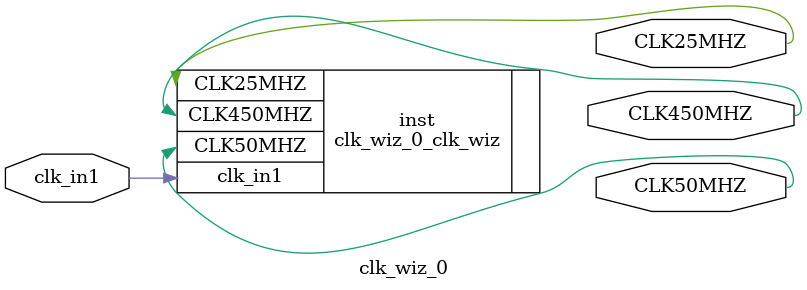
<source format=v>


`timescale 1ps/1ps

(* CORE_GENERATION_INFO = "clk_wiz_0,clk_wiz_v6_0_3_0_0,{component_name=clk_wiz_0,use_phase_alignment=true,use_min_o_jitter=false,use_max_i_jitter=false,use_dyn_phase_shift=false,use_inclk_switchover=false,use_dyn_reconfig=false,enable_axi=0,feedback_source=FDBK_AUTO,PRIMITIVE=MMCM,num_out_clk=3,clkin1_period=10.000,clkin2_period=10.000,use_power_down=false,use_reset=false,use_locked=false,use_inclk_stopped=false,feedback_type=SINGLE,CLOCK_MGR_TYPE=NA,manual_override=false}" *)

module clk_wiz_0 
 (
  // Clock out ports
  output        CLK450MHZ,
  output        CLK50MHZ,
  output        CLK25MHZ,
 // Clock in ports
  input         clk_in1
 );

  clk_wiz_0_clk_wiz inst
  (
  // Clock out ports  
  .CLK450MHZ(CLK450MHZ),
  .CLK50MHZ(CLK50MHZ),
  .CLK25MHZ(CLK25MHZ),
 // Clock in ports
  .clk_in1(clk_in1)
  );

endmodule

</source>
